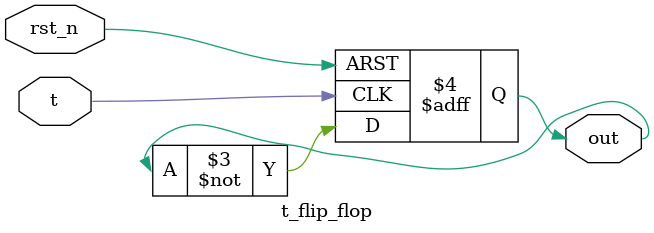
<source format=v>
module t_flip_flop (
    input t,
    input rst_n,
    output reg out
);
  always @(posedge t or negedge rst_n) begin
    if (!rst_n) begin
        out <= 0;
    end else begin
        out <= ~out;
    end
  end
endmodule

</source>
